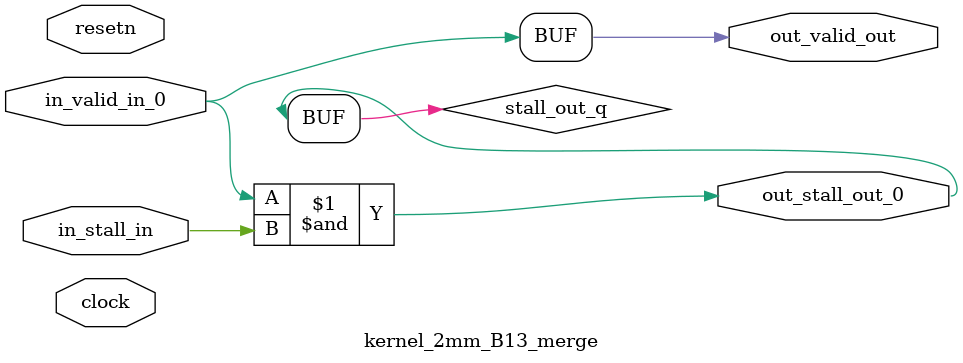
<source format=sv>



(* altera_attribute = "-name AUTO_SHIFT_REGISTER_RECOGNITION OFF; -name MESSAGE_DISABLE 10036; -name MESSAGE_DISABLE 10037; -name MESSAGE_DISABLE 14130; -name MESSAGE_DISABLE 14320; -name MESSAGE_DISABLE 15400; -name MESSAGE_DISABLE 14130; -name MESSAGE_DISABLE 10036; -name MESSAGE_DISABLE 12020; -name MESSAGE_DISABLE 12030; -name MESSAGE_DISABLE 12010; -name MESSAGE_DISABLE 12110; -name MESSAGE_DISABLE 14320; -name MESSAGE_DISABLE 13410; -name MESSAGE_DISABLE 113007; -name MESSAGE_DISABLE 10958" *)
module kernel_2mm_B13_merge (
    input wire [0:0] in_stall_in,
    input wire [0:0] in_valid_in_0,
    output wire [0:0] out_stall_out_0,
    output wire [0:0] out_valid_out,
    input wire clock,
    input wire resetn
    );

    wire [0:0] stall_out_q;


    // stall_out(LOGICAL,6)
    assign stall_out_q = in_valid_in_0 & in_stall_in;

    // out_stall_out_0(GPOUT,4)
    assign out_stall_out_0 = stall_out_q;

    // out_valid_out(GPOUT,5)
    assign out_valid_out = in_valid_in_0;

endmodule

</source>
